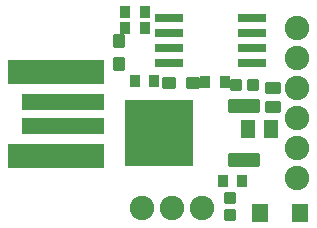
<source format=gbr>
%TF.GenerationSoftware,KiCad,Pcbnew,8.0.8+dfsg-1*%
%TF.CreationDate,2025-02-13T13:44:32+01:00*%
%TF.ProjectId,DigiKitkat,44696769-4b69-4746-9b61-742e6b696361,rev?*%
%TF.SameCoordinates,Original*%
%TF.FileFunction,Soldermask,Top*%
%TF.FilePolarity,Negative*%
%FSLAX46Y46*%
G04 Gerber Fmt 4.6, Leading zero omitted, Abs format (unit mm)*
G04 Created by KiCad (PCBNEW 8.0.8+dfsg-1) date 2025-02-13 13:44:32*
%MOMM*%
%LPD*%
G01*
G04 APERTURE LIST*
G04 Aperture macros list*
%AMRoundRect*
0 Rectangle with rounded corners*
0 $1 Rounding radius*
0 $2 $3 $4 $5 $6 $7 $8 $9 X,Y pos of 4 corners*
0 Add a 4 corners polygon primitive as box body*
4,1,4,$2,$3,$4,$5,$6,$7,$8,$9,$2,$3,0*
0 Add four circle primitives for the rounded corners*
1,1,$1+$1,$2,$3*
1,1,$1+$1,$4,$5*
1,1,$1+$1,$6,$7*
1,1,$1+$1,$8,$9*
0 Add four rect primitives between the rounded corners*
20,1,$1+$1,$2,$3,$4,$5,0*
20,1,$1+$1,$4,$5,$6,$7,0*
20,1,$1+$1,$6,$7,$8,$9,0*
20,1,$1+$1,$8,$9,$2,$3,0*%
G04 Aperture macros list end*
%ADD10C,2.072200*%
%ADD11RoundRect,0.101600X-0.600000X-0.700000X0.600000X-0.700000X0.600000X0.700000X-0.600000X0.700000X0*%
%ADD12RoundRect,0.101600X-0.500000X-0.700000X0.500000X-0.700000X0.500000X0.700000X-0.500000X0.700000X0*%
%ADD13RoundRect,0.101600X-4.000000X0.900000X-4.000000X-0.900000X4.000000X-0.900000X4.000000X0.900000X0*%
%ADD14RoundRect,0.101600X-3.400000X0.600000X-3.400000X-0.600000X3.400000X-0.600000X3.400000X0.600000X0*%
%ADD15RoundRect,0.101600X-0.350000X0.444500X-0.350000X-0.444500X0.350000X-0.444500X0.350000X0.444500X0*%
%ADD16RoundRect,0.101600X0.350000X-0.444500X0.350000X0.444500X-0.350000X0.444500X-0.350000X-0.444500X0*%
%ADD17RoundRect,0.101600X0.400050X-0.400050X0.400050X0.400050X-0.400050X0.400050X-0.400050X-0.400050X0*%
%ADD18RoundRect,0.101600X-0.400050X-0.400050X0.400050X-0.400050X0.400050X0.400050X-0.400050X0.400050X0*%
%ADD19RoundRect,0.101600X0.550000X0.444500X-0.550000X0.444500X-0.550000X-0.444500X0.550000X-0.444500X0*%
%ADD20RoundRect,0.101600X1.250000X-0.500000X1.250000X0.500000X-1.250000X0.500000X-1.250000X-0.500000X0*%
%ADD21RoundRect,0.101600X2.800000X-2.700000X2.800000X2.700000X-2.800000X2.700000X-2.800000X-2.700000X0*%
%ADD22RoundRect,0.050800X-1.125005X0.315000X-1.125005X-0.315000X1.125005X-0.315000X1.125005X0.315000X0*%
%ADD23RoundRect,0.101600X-0.400000X0.450000X-0.400000X-0.450000X0.400000X-0.450000X0.400000X0.450000X0*%
%ADD24RoundRect,0.101600X-0.450000X-0.400000X0.450000X-0.400000X0.450000X0.400000X-0.450000X0.400000X0*%
G04 APERTURE END LIST*
D10*
%TO.C,J2*%
X151914300Y-112762500D03*
X149374300Y-112762500D03*
X146834300Y-112762500D03*
%TD*%
%TO.C,J1*%
X159978730Y-97507560D03*
X159978730Y-100047560D03*
X159978730Y-102587560D03*
X159978730Y-105127560D03*
X159978730Y-107667560D03*
X159978730Y-110207560D03*
%TD*%
D11*
%TO.C,D3*%
X156786500Y-113191100D03*
X160186500Y-113191100D03*
%TD*%
D12*
%TO.C,C1*%
X155826110Y-106036870D03*
X157772120Y-106036870D03*
%TD*%
D13*
%TO.C,CN1*%
X139534000Y-101263710D03*
D14*
X140134000Y-103783810D03*
X140134000Y-105856910D03*
D13*
X139534000Y-108396900D03*
%TD*%
D15*
%TO.C,R5*%
X155303070Y-110481990D03*
X153663060Y-110481990D03*
%TD*%
D16*
%TO.C,R4*%
X153800850Y-102061460D03*
X152160850Y-102061460D03*
%TD*%
D15*
%TO.C,R3*%
X147852820Y-101984680D03*
X146212820Y-101984680D03*
%TD*%
%TO.C,R2*%
X145394600Y-97516440D03*
X147034600Y-97516440D03*
%TD*%
%TO.C,R1*%
X147039900Y-96135840D03*
X145399900Y-96135840D03*
%TD*%
D17*
%TO.C,LED2*%
X156254140Y-102318180D03*
X154754010Y-102318180D03*
%TD*%
D18*
%TO.C,LED1*%
X154249970Y-113376450D03*
X154249970Y-111876330D03*
%TD*%
D19*
%TO.C,C2*%
X157904430Y-102630580D03*
X157904430Y-104210580D03*
%TD*%
D20*
%TO.C,U1*%
X155462210Y-104125200D03*
X155462210Y-108685010D03*
D21*
X148221420Y-106405100D03*
%TD*%
D22*
%TO.C,U2*%
X149060180Y-96715530D03*
X149060180Y-97985530D03*
X149060180Y-99255530D03*
X149060180Y-100525530D03*
X156120360Y-96715530D03*
X156120360Y-97985530D03*
X156120360Y-99255530D03*
X156120360Y-100525530D03*
%TD*%
D23*
%TO.C,D1*%
X144831020Y-98592130D03*
X144831020Y-100592130D03*
%TD*%
D24*
%TO.C,D2*%
X149115230Y-102158670D03*
X151115230Y-102158670D03*
%TD*%
M02*

</source>
